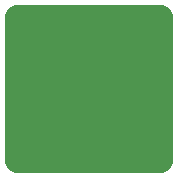
<source format=gbr>
%TF.GenerationSoftware,KiCad,Pcbnew,(5.1.5)-3*%
%TF.CreationDate,2021-04-14T07:11:28-05:00*%
%TF.ProjectId,Bottom Camera Calibration Card,426f7474-6f6d-4204-9361-6d6572612043,rev?*%
%TF.SameCoordinates,Original*%
%TF.FileFunction,Soldermask,Bot*%
%TF.FilePolarity,Negative*%
%FSLAX46Y46*%
G04 Gerber Fmt 4.6, Leading zero omitted, Abs format (unit mm)*
G04 Created by KiCad (PCBNEW (5.1.5)-3) date 2021-04-14 07:11:28*
%MOMM*%
%LPD*%
G04 APERTURE LIST*
%ADD10C,0.100000*%
%ADD11C,0.254000*%
G04 APERTURE END LIST*
D10*
%TO.C,L2*%
G36*
X146000000Y-156800000D02*
G01*
X154000000Y-156800000D01*
X154000000Y-143200000D01*
X146000000Y-143200000D01*
X146000000Y-156800000D01*
G37*
X146000000Y-156800000D02*
X154000000Y-156800000D01*
X154000000Y-143200000D01*
X146000000Y-143200000D01*
X146000000Y-156800000D01*
%TD*%
D11*
G36*
X156195090Y-143019215D02*
G01*
X156382683Y-143076120D01*
X156555570Y-143168530D01*
X156707107Y-143292893D01*
X156831470Y-143444430D01*
X156923880Y-143617317D01*
X156980785Y-143804910D01*
X157000000Y-144000000D01*
X157000000Y-156000000D01*
X156980785Y-156195090D01*
X156923880Y-156382683D01*
X156831470Y-156555570D01*
X156707107Y-156707107D01*
X156555570Y-156831470D01*
X156382683Y-156923880D01*
X156195090Y-156980785D01*
X156000000Y-157000000D01*
X144000000Y-157000000D01*
X143804910Y-156980785D01*
X143617317Y-156923880D01*
X143444430Y-156831470D01*
X143292893Y-156707107D01*
X143168530Y-156555570D01*
X143076120Y-156382683D01*
X143019215Y-156195090D01*
X143000000Y-156000000D01*
X143000000Y-144000000D01*
X143019215Y-143804910D01*
X143076120Y-143617317D01*
X143168530Y-143444430D01*
X143292893Y-143292893D01*
X143444430Y-143168530D01*
X143617317Y-143076120D01*
X143804910Y-143019215D01*
X144000000Y-143000000D01*
X156000000Y-143000000D01*
X156195090Y-143019215D01*
G37*
X156195090Y-143019215D02*
X156382683Y-143076120D01*
X156555570Y-143168530D01*
X156707107Y-143292893D01*
X156831470Y-143444430D01*
X156923880Y-143617317D01*
X156980785Y-143804910D01*
X157000000Y-144000000D01*
X157000000Y-156000000D01*
X156980785Y-156195090D01*
X156923880Y-156382683D01*
X156831470Y-156555570D01*
X156707107Y-156707107D01*
X156555570Y-156831470D01*
X156382683Y-156923880D01*
X156195090Y-156980785D01*
X156000000Y-157000000D01*
X144000000Y-157000000D01*
X143804910Y-156980785D01*
X143617317Y-156923880D01*
X143444430Y-156831470D01*
X143292893Y-156707107D01*
X143168530Y-156555570D01*
X143076120Y-156382683D01*
X143019215Y-156195090D01*
X143000000Y-156000000D01*
X143000000Y-144000000D01*
X143019215Y-143804910D01*
X143076120Y-143617317D01*
X143168530Y-143444430D01*
X143292893Y-143292893D01*
X143444430Y-143168530D01*
X143617317Y-143076120D01*
X143804910Y-143019215D01*
X144000000Y-143000000D01*
X156000000Y-143000000D01*
X156195090Y-143019215D01*
M02*

</source>
